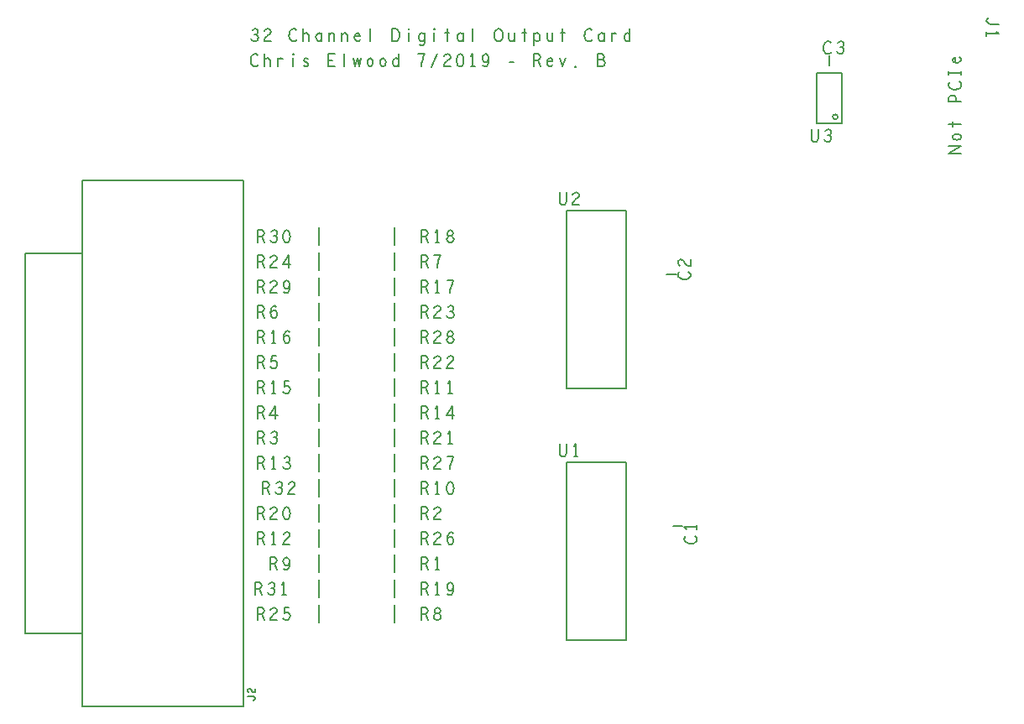
<source format=gto>
G04 ================== begin FILE IDENTIFICATION RECORD ==================*
G04 Layout Name:  DIG_OUT_CARD.brd*
G04 Film Name:    SILK_TOP*
G04 File Format:  Gerber RS274X*
G04 File Origin:  Cadence Allegro 17.2-S057*
G04 Origin Date:  Wed Aug 07 21:09:35 2019*
G04 *
G04 Layer:  MANUFACTURING/AUTOSILK_TOP*
G04 *
G04 Offset:    (0.00 0.00)*
G04 Mirror:    No*
G04 Mode:      Positive*
G04 Rotation:  0*
G04 FullContactRelief:  No*
G04 UndefLineWidth:     5.00*
G04 ================== end FILE IDENTIFICATION RECORD ====================*
%FSLAX55Y55*MOIN*%
%IR0*IPPOS*OFA0.00000B0.00000*MIA0B0*SFA1.00000B1.00000*%
%ADD10C,.005*%
G75*
%LPD*%
G75*
G54D10*
G01X-28928Y-210288D02*
X-51763D01*
Y-59106D01*
X-28928D01*
G01Y-239126D02*
X34852D01*
Y-30268D01*
X-28928D01*
Y-239126D01*
G01X39098Y-236779D02*
X39408Y-236587D01*
X39615Y-236357D01*
X39718Y-236089D01*
X39615Y-235783D01*
X39408Y-235553D01*
X39098Y-235323D01*
X38685Y-235246D01*
X36620D01*
G01X37136Y-233643D02*
X36827Y-233413D01*
X36672Y-233144D01*
X36620Y-232838D01*
X36723Y-232455D01*
X36981Y-232186D01*
X37291Y-232110D01*
X37601Y-232148D01*
X37859Y-232301D01*
X38376Y-233068D01*
X38737Y-233413D01*
X39253Y-233643D01*
X39718Y-233719D01*
Y-232110D01*
G01X40633Y-205000D02*
Y-200000D01*
X42216D01*
X42723Y-200250D01*
X43039Y-200583D01*
X43166Y-201250D01*
X43039Y-201917D01*
X42659Y-202333D01*
X42216Y-202583D01*
X40633D01*
G01X42216D02*
X43166Y-205000D01*
G01X45794Y-200833D02*
X46174Y-200333D01*
X46618Y-200083D01*
X47124Y-200000D01*
X47757Y-200167D01*
X48201Y-200583D01*
X48327Y-201083D01*
X48264Y-201583D01*
X48011Y-202000D01*
X46744Y-202833D01*
X46174Y-203417D01*
X45794Y-204250D01*
X45668Y-205000D01*
X48327D01*
G01X50703Y-204250D02*
X51082Y-204667D01*
X51526Y-204917D01*
X52095Y-205000D01*
X52665Y-204833D01*
X53109Y-204500D01*
X53425Y-203917D01*
X53488Y-203250D01*
X53362Y-202583D01*
X53045Y-202167D01*
X52602Y-201833D01*
X52159Y-201750D01*
X51716Y-201833D01*
X51146Y-202167D01*
X51336Y-200000D01*
X53045D01*
G01X39633Y-195000D02*
Y-190000D01*
X41216D01*
X41723Y-190250D01*
X42039Y-190583D01*
X42166Y-191250D01*
X42039Y-191917D01*
X41659Y-192333D01*
X41216Y-192583D01*
X39633D01*
G01X41216D02*
X42166Y-195000D01*
G01X44605Y-194000D02*
X44984Y-194583D01*
X45491Y-194917D01*
X46061Y-195000D01*
X46567Y-194917D01*
X47074Y-194500D01*
X47390Y-194000D01*
X47454Y-193500D01*
X47327Y-192917D01*
X46884Y-192500D01*
X46441Y-192333D01*
X45871D01*
G01X46441D02*
X46821Y-192083D01*
X47137Y-191667D01*
X47264Y-191167D01*
X47137Y-190667D01*
X46821Y-190250D01*
X46251Y-190000D01*
X45681Y-190083D01*
X45111Y-190417D01*
G01X51095Y-195000D02*
Y-190000D01*
X50336Y-191000D01*
G01Y-195000D02*
X51855D01*
G01X40633Y-175000D02*
Y-170000D01*
X42216D01*
X42723Y-170250D01*
X43039Y-170583D01*
X43166Y-171250D01*
X43039Y-171917D01*
X42659Y-172333D01*
X42216Y-172583D01*
X40633D01*
G01X42216D02*
X43166Y-175000D01*
G01X46997D02*
Y-170000D01*
X46238Y-171000D01*
G01Y-175000D02*
X47757D01*
G01X50892Y-170833D02*
X51272Y-170333D01*
X51716Y-170083D01*
X52222Y-170000D01*
X52855Y-170167D01*
X53299Y-170583D01*
X53425Y-171083D01*
X53362Y-171583D01*
X53109Y-172000D01*
X51842Y-172833D01*
X51272Y-173417D01*
X50892Y-174250D01*
X50766Y-175000D01*
X53425D01*
G01X40633Y-165000D02*
Y-160000D01*
X42216D01*
X42723Y-160250D01*
X43039Y-160583D01*
X43166Y-161250D01*
X43039Y-161917D01*
X42659Y-162333D01*
X42216Y-162583D01*
X40633D01*
G01X42216D02*
X43166Y-165000D01*
G01X45794Y-160833D02*
X46174Y-160333D01*
X46618Y-160083D01*
X47124Y-160000D01*
X47757Y-160167D01*
X48201Y-160583D01*
X48327Y-161083D01*
X48264Y-161583D01*
X48011Y-162000D01*
X46744Y-162833D01*
X46174Y-163417D01*
X45794Y-164250D01*
X45668Y-165000D01*
X48327D01*
G01X52095Y-160000D02*
X51589Y-160167D01*
X51209Y-160583D01*
X50956Y-161083D01*
X50766Y-161750D01*
X50703Y-162500D01*
X50766Y-163250D01*
X50956Y-163917D01*
X51209Y-164417D01*
X51589Y-164833D01*
X52095Y-165000D01*
X52602Y-164833D01*
X52982Y-164417D01*
X53235Y-163917D01*
X53425Y-163250D01*
X53488Y-162500D01*
X53425Y-161750D01*
X53235Y-161083D01*
X52982Y-160583D01*
X52602Y-160167D01*
X52095Y-160000D01*
G01X40633Y-135000D02*
Y-130000D01*
X42216D01*
X42723Y-130250D01*
X43039Y-130583D01*
X43166Y-131250D01*
X43039Y-131917D01*
X42659Y-132333D01*
X42216Y-132583D01*
X40633D01*
G01X42216D02*
X43166Y-135000D01*
G01X45605Y-134000D02*
X45984Y-134583D01*
X46491Y-134917D01*
X47061Y-135000D01*
X47567Y-134917D01*
X48074Y-134500D01*
X48390Y-134000D01*
X48454Y-133500D01*
X48327Y-132917D01*
X47884Y-132500D01*
X47441Y-132333D01*
X46871D01*
G01X47441D02*
X47821Y-132083D01*
X48137Y-131667D01*
X48264Y-131167D01*
X48137Y-130667D01*
X47821Y-130250D01*
X47251Y-130000D01*
X46681Y-130083D01*
X46111Y-130417D01*
G01X40633Y-145000D02*
Y-140000D01*
X42216D01*
X42723Y-140250D01*
X43039Y-140583D01*
X43166Y-141250D01*
X43039Y-141917D01*
X42659Y-142333D01*
X42216Y-142583D01*
X40633D01*
G01X42216D02*
X43166Y-145000D01*
G01X46997D02*
Y-140000D01*
X46238Y-141000D01*
G01Y-145000D02*
X47757D01*
G01X50703Y-144000D02*
X51082Y-144583D01*
X51589Y-144917D01*
X52159Y-145000D01*
X52665Y-144917D01*
X53172Y-144500D01*
X53488Y-144000D01*
X53552Y-143500D01*
X53425Y-142917D01*
X52982Y-142500D01*
X52539Y-142333D01*
X51969D01*
G01X52539D02*
X52919Y-142083D01*
X53235Y-141667D01*
X53362Y-141167D01*
X53235Y-140667D01*
X52919Y-140250D01*
X52349Y-140000D01*
X51779Y-140083D01*
X51209Y-140417D01*
G01X40633Y-125000D02*
Y-120000D01*
X42216D01*
X42723Y-120250D01*
X43039Y-120583D01*
X43166Y-121250D01*
X43039Y-121917D01*
X42659Y-122333D01*
X42216Y-122583D01*
X40633D01*
G01X42216D02*
X43166Y-125000D01*
G01X47757D02*
Y-120000D01*
X45415Y-123583D01*
X48580D01*
G01X40633Y-105000D02*
Y-100000D01*
X42216D01*
X42723Y-100250D01*
X43039Y-100583D01*
X43166Y-101250D01*
X43039Y-101917D01*
X42659Y-102333D01*
X42216Y-102583D01*
X40633D01*
G01X42216D02*
X43166Y-105000D01*
G01X45605Y-104250D02*
X45984Y-104667D01*
X46428Y-104917D01*
X46997Y-105000D01*
X47567Y-104833D01*
X48011Y-104500D01*
X48327Y-103917D01*
X48390Y-103250D01*
X48264Y-102583D01*
X47947Y-102167D01*
X47504Y-101833D01*
X47061Y-101750D01*
X46618Y-101833D01*
X46048Y-102167D01*
X46238Y-100000D01*
X47947D01*
G01X40633Y-115000D02*
Y-110000D01*
X42216D01*
X42723Y-110250D01*
X43039Y-110583D01*
X43166Y-111250D01*
X43039Y-111917D01*
X42659Y-112333D01*
X42216Y-112583D01*
X40633D01*
G01X42216D02*
X43166Y-115000D01*
G01X46997D02*
Y-110000D01*
X46238Y-111000D01*
G01Y-115000D02*
X47757D01*
G01X50703Y-114250D02*
X51082Y-114667D01*
X51526Y-114917D01*
X52095Y-115000D01*
X52665Y-114833D01*
X53109Y-114500D01*
X53425Y-113917D01*
X53488Y-113250D01*
X53362Y-112583D01*
X53045Y-112167D01*
X52602Y-111833D01*
X52159Y-111750D01*
X51716Y-111833D01*
X51146Y-112167D01*
X51336Y-110000D01*
X53045D01*
G01X40633Y-85000D02*
Y-80000D01*
X42216D01*
X42723Y-80250D01*
X43039Y-80583D01*
X43166Y-81250D01*
X43039Y-81917D01*
X42659Y-82333D01*
X42216Y-82583D01*
X40633D01*
G01X42216D02*
X43166Y-85000D01*
G01X45794Y-82917D02*
X46238Y-82333D01*
X46618Y-82000D01*
X47124Y-81833D01*
X47567Y-82000D01*
X47884Y-82333D01*
X48137Y-82833D01*
X48201Y-83417D01*
X48137Y-83917D01*
X47884Y-84417D01*
X47504Y-84833D01*
X47061Y-85000D01*
X46554Y-84833D01*
X46111Y-84333D01*
X45858Y-83583D01*
X45794Y-82750D01*
X45921Y-81667D01*
X46111Y-81083D01*
X46428Y-80500D01*
X46871Y-80083D01*
X47314Y-80000D01*
X47757Y-80167D01*
X48074Y-80583D01*
G01X40633Y-95000D02*
Y-90000D01*
X42216D01*
X42723Y-90250D01*
X43039Y-90583D01*
X43166Y-91250D01*
X43039Y-91917D01*
X42659Y-92333D01*
X42216Y-92583D01*
X40633D01*
G01X42216D02*
X43166Y-95000D01*
G01X46997D02*
Y-90000D01*
X46238Y-91000D01*
G01Y-95000D02*
X47757D01*
G01X50892Y-92917D02*
X51336Y-92333D01*
X51716Y-92000D01*
X52222Y-91833D01*
X52665Y-92000D01*
X52982Y-92333D01*
X53235Y-92833D01*
X53299Y-93417D01*
X53235Y-93917D01*
X52982Y-94417D01*
X52602Y-94833D01*
X52159Y-95000D01*
X51652Y-94833D01*
X51209Y-94333D01*
X50956Y-93583D01*
X50892Y-92750D01*
X51019Y-91667D01*
X51209Y-91083D01*
X51526Y-90500D01*
X51969Y-90083D01*
X52412Y-90000D01*
X52855Y-90167D01*
X53172Y-90583D01*
G01X40633Y-75000D02*
Y-70000D01*
X42216D01*
X42723Y-70250D01*
X43039Y-70583D01*
X43166Y-71250D01*
X43039Y-71917D01*
X42659Y-72333D01*
X42216Y-72583D01*
X40633D01*
G01X42216D02*
X43166Y-75000D01*
G01X45794Y-70833D02*
X46174Y-70333D01*
X46618Y-70083D01*
X47124Y-70000D01*
X47757Y-70167D01*
X48201Y-70583D01*
X48327Y-71083D01*
X48264Y-71583D01*
X48011Y-72000D01*
X46744Y-72833D01*
X46174Y-73417D01*
X45794Y-74250D01*
X45668Y-75000D01*
X48327D01*
G01X51019Y-74417D02*
X51462Y-74833D01*
X51969Y-75000D01*
X52475Y-74833D01*
X52919Y-74333D01*
X53235Y-73583D01*
X53362Y-72833D01*
Y-71917D01*
X53235Y-71167D01*
X52919Y-70500D01*
X52539Y-70167D01*
X52095Y-70000D01*
X51589Y-70167D01*
X51209Y-70500D01*
X50956Y-71000D01*
X50829Y-71667D01*
X50956Y-72250D01*
X51272Y-72833D01*
X51652Y-73167D01*
X52095Y-73250D01*
X52602Y-73083D01*
X52982Y-72667D01*
X53362Y-71917D01*
G01X40633Y-65000D02*
Y-60000D01*
X42216D01*
X42723Y-60250D01*
X43039Y-60583D01*
X43166Y-61250D01*
X43039Y-61917D01*
X42659Y-62333D01*
X42216Y-62583D01*
X40633D01*
G01X42216D02*
X43166Y-65000D01*
G01X45794Y-60833D02*
X46174Y-60333D01*
X46618Y-60083D01*
X47124Y-60000D01*
X47757Y-60167D01*
X48201Y-60583D01*
X48327Y-61083D01*
X48264Y-61583D01*
X48011Y-62000D01*
X46744Y-62833D01*
X46174Y-63417D01*
X45794Y-64250D01*
X45668Y-65000D01*
X48327D01*
G01X52855D02*
Y-60000D01*
X50513Y-63583D01*
X53678D01*
G01X40633Y-55000D02*
Y-50000D01*
X42216D01*
X42723Y-50250D01*
X43039Y-50583D01*
X43166Y-51250D01*
X43039Y-51917D01*
X42659Y-52333D01*
X42216Y-52583D01*
X40633D01*
G01X42216D02*
X43166Y-55000D01*
G01X45605Y-54000D02*
X45984Y-54583D01*
X46491Y-54917D01*
X47061Y-55000D01*
X47567Y-54917D01*
X48074Y-54500D01*
X48390Y-54000D01*
X48454Y-53500D01*
X48327Y-52917D01*
X47884Y-52500D01*
X47441Y-52333D01*
X46871D01*
G01X47441D02*
X47821Y-52083D01*
X48137Y-51667D01*
X48264Y-51167D01*
X48137Y-50667D01*
X47821Y-50250D01*
X47251Y-50000D01*
X46681Y-50083D01*
X46111Y-50417D01*
G01X52095Y-50000D02*
X51589Y-50167D01*
X51209Y-50583D01*
X50956Y-51083D01*
X50766Y-51750D01*
X50703Y-52500D01*
X50766Y-53250D01*
X50956Y-53917D01*
X51209Y-54417D01*
X51589Y-54833D01*
X52095Y-55000D01*
X52602Y-54833D01*
X52982Y-54417D01*
X53235Y-53917D01*
X53425Y-53250D01*
X53488Y-52500D01*
X53425Y-51750D01*
X53235Y-51083D01*
X52982Y-50583D01*
X52602Y-50167D01*
X52095Y-50000D01*
G01X40793Y19583D02*
X40413Y19833D01*
X39970Y20000D01*
X39463D01*
X38893Y19750D01*
X38450Y19333D01*
X38133Y18833D01*
X37880Y18000D01*
X37817Y17250D01*
X37943Y16500D01*
X38133Y16000D01*
X38513Y15500D01*
X38957Y15167D01*
X39400Y15000D01*
X39843D01*
X40287Y15167D01*
X40667Y15417D01*
X40983Y15750D01*
G01X43423Y15000D02*
Y20000D01*
G01Y17583D02*
X43740Y18000D01*
X44057Y18250D01*
X44563Y18333D01*
X44943Y18250D01*
X45387Y17917D01*
X45577Y17417D01*
Y15000D01*
G01X48713D02*
Y18333D01*
G01Y17667D02*
X49030Y18000D01*
X49347Y18250D01*
X49790Y18333D01*
X50107Y18250D01*
X50487Y18000D01*
G01X54700Y18333D02*
Y15000D01*
G01Y19667D02*
X54573Y19750D01*
Y19917D01*
X54700Y20000D01*
X54827Y19917D01*
Y19750D01*
X54700Y19667D01*
G01X58850Y15583D02*
X59167Y15250D01*
X59610Y15000D01*
X59990D01*
X60370Y15167D01*
X60623Y15417D01*
X60750Y15750D01*
X60687Y16250D01*
X60433Y16500D01*
X59293Y17000D01*
X59040Y17583D01*
X59167Y18000D01*
X59420Y18250D01*
X59800Y18333D01*
X60180Y18250D01*
X60560Y18000D01*
G01X71267Y15000D02*
X68733D01*
Y20000D01*
X71267D01*
G01X70253Y17583D02*
X68733D01*
G01X75100Y15000D02*
Y20000D01*
G01X78617Y18333D02*
X79377Y15000D01*
X80200Y18333D01*
X81023Y15000D01*
X81783Y18333D01*
G01X85300Y15000D02*
X84920Y15083D01*
X84540Y15417D01*
X84287Y16000D01*
X84160Y16667D01*
X84287Y17333D01*
X84540Y17917D01*
X84920Y18250D01*
X85300Y18333D01*
X85680Y18250D01*
X86060Y17917D01*
X86313Y17333D01*
X86377Y16667D01*
X86313Y16000D01*
X86060Y15417D01*
X85680Y15083D01*
X85300Y15000D01*
G01X90400D02*
X90020Y15083D01*
X89640Y15417D01*
X89387Y16000D01*
X89260Y16667D01*
X89387Y17333D01*
X89640Y17917D01*
X90020Y18250D01*
X90400Y18333D01*
X90780Y18250D01*
X91160Y17917D01*
X91413Y17333D01*
X91477Y16667D01*
X91413Y16000D01*
X91160Y15417D01*
X90780Y15083D01*
X90400Y15000D01*
G01X96640Y20000D02*
Y15000D01*
G01Y15750D02*
X96387Y15333D01*
X96007Y15083D01*
X95563Y15000D01*
X95057Y15167D01*
X94677Y15583D01*
X94423Y16083D01*
X94360Y16667D01*
X94423Y17250D01*
X94677Y17750D01*
X95057Y18167D01*
X95563Y18333D01*
X96007Y18250D01*
X96323Y18083D01*
X96640Y17750D01*
G01X105573Y15000D02*
X105700Y16083D01*
X105890Y17000D01*
X106143Y17833D01*
X106460Y18750D01*
X106967Y20000D01*
X104433D01*
G01X109660Y14833D02*
X111940Y20000D01*
G01X114697Y19167D02*
X115077Y19667D01*
X115520Y19917D01*
X116027Y20000D01*
X116660Y19833D01*
X117103Y19417D01*
X117230Y18917D01*
X117167Y18417D01*
X116913Y18000D01*
X115647Y17167D01*
X115077Y16583D01*
X114697Y15750D01*
X114570Y15000D01*
X117230D01*
G01X121000Y20000D02*
X120493Y19833D01*
X120113Y19417D01*
X119860Y18917D01*
X119670Y18250D01*
X119607Y17500D01*
X119670Y16750D01*
X119860Y16083D01*
X120113Y15583D01*
X120493Y15167D01*
X121000Y15000D01*
X121507Y15167D01*
X121887Y15583D01*
X122140Y16083D01*
X122330Y16750D01*
X122393Y17500D01*
X122330Y18250D01*
X122140Y18917D01*
X121887Y19417D01*
X121507Y19833D01*
X121000Y20000D01*
G01X126100Y15000D02*
Y20000D01*
X125340Y19000D01*
G01Y15000D02*
X126860D01*
G01X130123Y15583D02*
X130567Y15167D01*
X131073Y15000D01*
X131580Y15167D01*
X132023Y15667D01*
X132340Y16417D01*
X132467Y17167D01*
Y18083D01*
X132340Y18833D01*
X132023Y19500D01*
X131643Y19833D01*
X131200Y20000D01*
X130693Y19833D01*
X130313Y19500D01*
X130060Y19000D01*
X129933Y18333D01*
X130060Y17750D01*
X130377Y17167D01*
X130757Y16833D01*
X131200Y16750D01*
X131707Y16917D01*
X132087Y17333D01*
X132467Y18083D01*
G01X140577Y16667D02*
X142223D01*
G01X150333Y15000D02*
Y20000D01*
X151917D01*
X152423Y19750D01*
X152740Y19417D01*
X152867Y18750D01*
X152740Y18083D01*
X152360Y17667D01*
X151917Y17417D01*
X150333D01*
G01X151917D02*
X152867Y15000D01*
G01X155750Y17250D02*
X157777D01*
X157587Y17833D01*
X157270Y18167D01*
X156827Y18333D01*
X156383Y18250D01*
X156003Y18000D01*
X155750Y17417D01*
X155623Y16917D01*
Y16417D01*
X155750Y15917D01*
X156067Y15417D01*
X156447Y15083D01*
X156890Y15000D01*
X157333Y15167D01*
X157777Y15667D01*
G01X160660Y18333D02*
X161800Y15000D01*
X162940Y18333D01*
G01X166900Y14833D02*
X166773Y14917D01*
Y15083D01*
X166900Y15167D01*
X167027Y15083D01*
Y14917D01*
X166900Y14833D01*
G01X177607Y17667D02*
X177860Y17917D01*
X178050Y18333D01*
X178177Y18917D01*
X178050Y19417D01*
X177797Y19750D01*
X177353Y20000D01*
X175643D01*
Y15000D01*
X177733D01*
X178177Y15333D01*
X178430Y15833D01*
X178557Y16417D01*
X178430Y17000D01*
X178050Y17500D01*
X177607Y17667D01*
X175643D01*
G01X38007Y26000D02*
X38387Y25417D01*
X38893Y25083D01*
X39463Y25000D01*
X39970Y25083D01*
X40477Y25500D01*
X40793Y26000D01*
X40857Y26500D01*
X40730Y27083D01*
X40287Y27500D01*
X39843Y27667D01*
X39273D01*
G01X39843D02*
X40223Y27917D01*
X40540Y28333D01*
X40667Y28833D01*
X40540Y29333D01*
X40223Y29750D01*
X39653Y30000D01*
X39083Y29917D01*
X38513Y29583D01*
G01X43297Y29167D02*
X43677Y29667D01*
X44120Y29917D01*
X44627Y30000D01*
X45260Y29833D01*
X45703Y29417D01*
X45830Y28917D01*
X45767Y28417D01*
X45513Y28000D01*
X44247Y27167D01*
X43677Y26583D01*
X43297Y25750D01*
X43170Y25000D01*
X45830D01*
G01X56093Y29583D02*
X55713Y29833D01*
X55270Y30000D01*
X54763D01*
X54193Y29750D01*
X53750Y29333D01*
X53433Y28833D01*
X53180Y28000D01*
X53117Y27250D01*
X53243Y26500D01*
X53433Y26000D01*
X53813Y25500D01*
X54257Y25167D01*
X54700Y25000D01*
X55143D01*
X55587Y25167D01*
X55967Y25417D01*
X56283Y25750D01*
G01X58723Y25000D02*
Y30000D01*
G01Y27583D02*
X59040Y28000D01*
X59357Y28250D01*
X59863Y28333D01*
X60243Y28250D01*
X60687Y27917D01*
X60877Y27417D01*
Y25000D01*
G01X66040D02*
Y28333D01*
G01Y27750D02*
X65787Y28083D01*
X65407Y28250D01*
X64963Y28333D01*
X64520Y28167D01*
X64140Y27833D01*
X63887Y27333D01*
X63760Y26667D01*
X63887Y26000D01*
X64140Y25500D01*
X64520Y25167D01*
X64963Y25000D01*
X65407Y25083D01*
X65787Y25333D01*
X66040Y25667D01*
G01X68923Y25000D02*
Y28333D01*
G01Y27500D02*
X69177Y27917D01*
X69557Y28250D01*
X70063Y28333D01*
X70507Y28250D01*
X70887Y27917D01*
X71077Y27333D01*
Y25000D01*
G01X74023D02*
Y28333D01*
G01Y27500D02*
X74277Y27917D01*
X74657Y28250D01*
X75163Y28333D01*
X75607Y28250D01*
X75987Y27917D01*
X76177Y27333D01*
Y25000D01*
G01X79250Y27250D02*
X81277D01*
X81087Y27833D01*
X80770Y28167D01*
X80327Y28333D01*
X79883Y28250D01*
X79503Y28000D01*
X79250Y27417D01*
X79123Y26917D01*
Y26417D01*
X79250Y25917D01*
X79567Y25417D01*
X79947Y25083D01*
X80390Y25000D01*
X80833Y25167D01*
X81277Y25667D01*
G01X85300Y25000D02*
Y30000D01*
G01X94107Y25000D02*
Y30000D01*
X95373D01*
X95880Y29750D01*
X96260Y29417D01*
X96577Y28917D01*
X96830Y28333D01*
X96893Y27500D01*
X96830Y26667D01*
X96577Y26083D01*
X96260Y25583D01*
X95880Y25250D01*
X95373Y25000D01*
X94107D01*
G01X100600Y28333D02*
Y25000D01*
G01Y29667D02*
X100473Y29750D01*
Y29917D01*
X100600Y30000D01*
X100727Y29917D01*
Y29750D01*
X100600Y29667D01*
G01X104813Y23750D02*
X105257Y23417D01*
X105763Y23333D01*
X106207Y23417D01*
X106587Y23833D01*
X106840Y24417D01*
Y28333D01*
G01Y27667D02*
X106587Y28000D01*
X106207Y28250D01*
X105763Y28333D01*
X105257Y28167D01*
X104940Y27833D01*
X104687Y27250D01*
X104560Y26667D01*
X104623Y26167D01*
X104877Y25583D01*
X105257Y25167D01*
X105763Y25000D01*
X106143Y25083D01*
X106587Y25417D01*
X106840Y25750D01*
G01X110800Y28333D02*
Y25000D01*
G01Y29667D02*
X110673Y29750D01*
Y29917D01*
X110800Y30000D01*
X110927Y29917D01*
Y29750D01*
X110800Y29667D01*
G01X115900Y30000D02*
Y25000D01*
G01X115013Y28333D02*
X116787D01*
G01X122140Y25000D02*
Y28333D01*
G01Y27750D02*
X121887Y28083D01*
X121507Y28250D01*
X121063Y28333D01*
X120620Y28167D01*
X120240Y27833D01*
X119987Y27333D01*
X119860Y26667D01*
X119987Y26000D01*
X120240Y25500D01*
X120620Y25167D01*
X121063Y25000D01*
X121507Y25083D01*
X121887Y25333D01*
X122140Y25667D01*
G01X126100Y25000D02*
Y30000D01*
G01X136300Y25000D02*
X135793Y25083D01*
X135350Y25417D01*
X134970Y25917D01*
X134717Y26500D01*
X134590Y27167D01*
Y27833D01*
X134717Y28500D01*
X134970Y29083D01*
X135350Y29583D01*
X135793Y29917D01*
X136300Y30000D01*
X136807Y29917D01*
X137250Y29583D01*
X137630Y29083D01*
X137883Y28500D01*
X138010Y27833D01*
Y27167D01*
X137883Y26500D01*
X137630Y25917D01*
X137250Y25417D01*
X136807Y25083D01*
X136300Y25000D01*
G01X140323Y28333D02*
Y26000D01*
X140577Y25417D01*
X140957Y25083D01*
X141400Y25000D01*
X141843Y25083D01*
X142223Y25417D01*
X142477Y26000D01*
G01Y25000D02*
Y28333D01*
G01X146500Y30000D02*
Y25000D01*
G01X145613Y28333D02*
X147387D01*
G01X150460Y23333D02*
Y28333D01*
G01Y27583D02*
X150777Y28000D01*
X151093Y28250D01*
X151600Y28333D01*
X152043Y28250D01*
X152487Y27833D01*
X152677Y27250D01*
X152740Y26667D01*
X152677Y26083D01*
X152487Y25500D01*
X152107Y25167D01*
X151600Y25000D01*
X151157Y25083D01*
X150713Y25333D01*
X150460Y25667D01*
G01X155623Y28333D02*
Y26000D01*
X155877Y25417D01*
X156257Y25083D01*
X156700Y25000D01*
X157143Y25083D01*
X157523Y25417D01*
X157777Y26000D01*
G01Y25000D02*
Y28333D01*
G01X161800Y30000D02*
Y25000D01*
G01X160913Y28333D02*
X162687D01*
G01X173393Y29583D02*
X173013Y29833D01*
X172570Y30000D01*
X172063D01*
X171493Y29750D01*
X171050Y29333D01*
X170733Y28833D01*
X170480Y28000D01*
X170417Y27250D01*
X170543Y26500D01*
X170733Y26000D01*
X171113Y25500D01*
X171557Y25167D01*
X172000Y25000D01*
X172443D01*
X172887Y25167D01*
X173267Y25417D01*
X173583Y25750D01*
G01X178240Y25000D02*
Y28333D01*
G01Y27750D02*
X177987Y28083D01*
X177607Y28250D01*
X177163Y28333D01*
X176720Y28167D01*
X176340Y27833D01*
X176087Y27333D01*
X175960Y26667D01*
X176087Y26000D01*
X176340Y25500D01*
X176720Y25167D01*
X177163Y25000D01*
X177607Y25083D01*
X177987Y25333D01*
X178240Y25667D01*
G01X181313Y25000D02*
Y28333D01*
G01Y27667D02*
X181630Y28000D01*
X181947Y28250D01*
X182390Y28333D01*
X182707Y28250D01*
X183087Y28000D01*
G01X188440Y30000D02*
Y25000D01*
G01Y25750D02*
X188187Y25333D01*
X187807Y25083D01*
X187363Y25000D01*
X186857Y25167D01*
X186477Y25583D01*
X186223Y26083D01*
X186160Y26667D01*
X186223Y27250D01*
X186477Y27750D01*
X186857Y28167D01*
X187363Y28333D01*
X187807Y28250D01*
X188123Y28083D01*
X188440Y27750D01*
G01X65000Y-198957D02*
Y-206043D01*
G01Y-188957D02*
Y-196043D01*
G01X45633Y-185000D02*
Y-180000D01*
X47216D01*
X47723Y-180250D01*
X48039Y-180583D01*
X48166Y-181250D01*
X48039Y-181917D01*
X47659Y-182333D01*
X47216Y-182583D01*
X45633D01*
G01X47216D02*
X48166Y-185000D01*
G01X50921Y-184417D02*
X51364Y-184833D01*
X51871Y-185000D01*
X52377Y-184833D01*
X52821Y-184333D01*
X53137Y-183583D01*
X53264Y-182833D01*
Y-181917D01*
X53137Y-181167D01*
X52821Y-180500D01*
X52441Y-180167D01*
X51997Y-180000D01*
X51491Y-180167D01*
X51111Y-180500D01*
X50858Y-181000D01*
X50731Y-181667D01*
X50858Y-182250D01*
X51174Y-182833D01*
X51554Y-183167D01*
X51997Y-183250D01*
X52504Y-183083D01*
X52884Y-182667D01*
X53264Y-181917D01*
G01X65000Y-186043D02*
Y-178957D01*
G01Y-176043D02*
Y-168957D01*
G01Y-166043D02*
Y-158957D01*
G01Y-136043D02*
Y-128957D01*
G01Y-146043D02*
Y-138957D01*
G01X42633Y-155000D02*
Y-150000D01*
X44216D01*
X44723Y-150250D01*
X45039Y-150583D01*
X45166Y-151250D01*
X45039Y-151917D01*
X44659Y-152333D01*
X44216Y-152583D01*
X42633D01*
G01X44216D02*
X45166Y-155000D01*
G01X47605Y-154000D02*
X47984Y-154583D01*
X48491Y-154917D01*
X49061Y-155000D01*
X49567Y-154917D01*
X50074Y-154500D01*
X50390Y-154000D01*
X50454Y-153500D01*
X50327Y-152917D01*
X49884Y-152500D01*
X49441Y-152333D01*
X48871D01*
G01X49441D02*
X49821Y-152083D01*
X50137Y-151667D01*
X50264Y-151167D01*
X50137Y-150667D01*
X49821Y-150250D01*
X49251Y-150000D01*
X48681Y-150083D01*
X48111Y-150417D01*
G01X52892Y-150833D02*
X53272Y-150333D01*
X53716Y-150083D01*
X54222Y-150000D01*
X54855Y-150167D01*
X55299Y-150583D01*
X55425Y-151083D01*
X55362Y-151583D01*
X55109Y-152000D01*
X53842Y-152833D01*
X53272Y-153417D01*
X52892Y-154250D01*
X52766Y-155000D01*
X55425D01*
G01X65000Y-148957D02*
Y-156043D01*
G01Y-126043D02*
Y-118957D01*
G01Y-106043D02*
Y-98957D01*
G01Y-116043D02*
Y-108957D01*
G01Y-86043D02*
Y-78957D01*
G01Y-96043D02*
Y-88957D01*
G01Y-68957D02*
Y-76043D01*
G01Y-58957D02*
Y-66043D01*
G01Y-48957D02*
Y-56043D01*
G01X95000Y-206043D02*
Y-198957D01*
G01Y-196043D02*
Y-188957D01*
G01Y-186043D02*
Y-178957D01*
G01Y-166043D02*
Y-158957D01*
G01Y-168957D02*
Y-176043D01*
G01Y-156043D02*
Y-148957D01*
G01Y-136043D02*
Y-128957D01*
G01Y-138957D02*
Y-146043D01*
G01Y-126043D02*
Y-118957D01*
G01Y-108957D02*
Y-116043D01*
G01Y-98957D02*
Y-106043D01*
G01Y-76043D02*
Y-68957D01*
G01Y-78957D02*
Y-86043D01*
G01Y-88957D02*
Y-96043D01*
G01Y-66043D02*
Y-58957D01*
G01Y-56043D02*
Y-48957D01*
G01X105633Y-205000D02*
Y-200000D01*
X107216D01*
X107723Y-200250D01*
X108039Y-200583D01*
X108166Y-201250D01*
X108039Y-201917D01*
X107659Y-202333D01*
X107216Y-202583D01*
X105633D01*
G01X107216D02*
X108166Y-205000D01*
G01X111997D02*
X112441Y-204917D01*
X112947Y-204667D01*
X113264Y-204250D01*
X113390Y-203667D01*
X113264Y-203083D01*
X112884Y-202583D01*
X112314Y-202333D01*
X111681D01*
X111301Y-202167D01*
X110984Y-201750D01*
X110858Y-201167D01*
X111048Y-200583D01*
X111491Y-200167D01*
X111997Y-200000D01*
X112504Y-200167D01*
X112947Y-200583D01*
X113137Y-201167D01*
X113011Y-201750D01*
X112694Y-202167D01*
X112314Y-202333D01*
X111681D01*
X111111Y-202583D01*
X110731Y-203083D01*
X110605Y-203667D01*
X110731Y-204250D01*
X111048Y-204667D01*
X111554Y-204917D01*
X111997Y-205000D01*
G01X105633Y-195000D02*
Y-190000D01*
X107216D01*
X107723Y-190250D01*
X108039Y-190583D01*
X108166Y-191250D01*
X108039Y-191917D01*
X107659Y-192333D01*
X107216Y-192583D01*
X105633D01*
G01X107216D02*
X108166Y-195000D01*
G01X111997D02*
Y-190000D01*
X111238Y-191000D01*
G01Y-195000D02*
X112757D01*
G01X116019Y-194417D02*
X116462Y-194833D01*
X116969Y-195000D01*
X117475Y-194833D01*
X117919Y-194333D01*
X118235Y-193583D01*
X118362Y-192833D01*
Y-191917D01*
X118235Y-191167D01*
X117919Y-190500D01*
X117539Y-190167D01*
X117095Y-190000D01*
X116589Y-190167D01*
X116209Y-190500D01*
X115956Y-191000D01*
X115829Y-191667D01*
X115956Y-192250D01*
X116272Y-192833D01*
X116652Y-193167D01*
X117095Y-193250D01*
X117602Y-193083D01*
X117982Y-192667D01*
X118362Y-191917D01*
G01X105633Y-185000D02*
Y-180000D01*
X107216D01*
X107723Y-180250D01*
X108039Y-180583D01*
X108166Y-181250D01*
X108039Y-181917D01*
X107659Y-182333D01*
X107216Y-182583D01*
X105633D01*
G01X107216D02*
X108166Y-185000D01*
G01X111997D02*
Y-180000D01*
X111238Y-181000D01*
G01Y-185000D02*
X112757D01*
G01X105633Y-165000D02*
Y-160000D01*
X107216D01*
X107723Y-160250D01*
X108039Y-160583D01*
X108166Y-161250D01*
X108039Y-161917D01*
X107659Y-162333D01*
X107216Y-162583D01*
X105633D01*
G01X107216D02*
X108166Y-165000D01*
G01X110794Y-160833D02*
X111174Y-160333D01*
X111618Y-160083D01*
X112124Y-160000D01*
X112757Y-160167D01*
X113201Y-160583D01*
X113327Y-161083D01*
X113264Y-161583D01*
X113011Y-162000D01*
X111744Y-162833D01*
X111174Y-163417D01*
X110794Y-164250D01*
X110668Y-165000D01*
X113327D01*
G01X105633Y-175000D02*
Y-170000D01*
X107216D01*
X107723Y-170250D01*
X108039Y-170583D01*
X108166Y-171250D01*
X108039Y-171917D01*
X107659Y-172333D01*
X107216Y-172583D01*
X105633D01*
G01X107216D02*
X108166Y-175000D01*
G01X110794Y-170833D02*
X111174Y-170333D01*
X111618Y-170083D01*
X112124Y-170000D01*
X112757Y-170167D01*
X113201Y-170583D01*
X113327Y-171083D01*
X113264Y-171583D01*
X113011Y-172000D01*
X111744Y-172833D01*
X111174Y-173417D01*
X110794Y-174250D01*
X110668Y-175000D01*
X113327D01*
G01X115892Y-172917D02*
X116336Y-172333D01*
X116716Y-172000D01*
X117222Y-171833D01*
X117665Y-172000D01*
X117982Y-172333D01*
X118235Y-172833D01*
X118299Y-173417D01*
X118235Y-173917D01*
X117982Y-174417D01*
X117602Y-174833D01*
X117159Y-175000D01*
X116652Y-174833D01*
X116209Y-174333D01*
X115956Y-173583D01*
X115892Y-172750D01*
X116019Y-171667D01*
X116209Y-171083D01*
X116526Y-170500D01*
X116969Y-170083D01*
X117412Y-170000D01*
X117855Y-170167D01*
X118172Y-170583D01*
G01X105633Y-155000D02*
Y-150000D01*
X107216D01*
X107723Y-150250D01*
X108039Y-150583D01*
X108166Y-151250D01*
X108039Y-151917D01*
X107659Y-152333D01*
X107216Y-152583D01*
X105633D01*
G01X107216D02*
X108166Y-155000D01*
G01X111997D02*
Y-150000D01*
X111238Y-151000D01*
G01Y-155000D02*
X112757D01*
G01X117095Y-150000D02*
X116589Y-150167D01*
X116209Y-150583D01*
X115956Y-151083D01*
X115766Y-151750D01*
X115703Y-152500D01*
X115766Y-153250D01*
X115956Y-153917D01*
X116209Y-154417D01*
X116589Y-154833D01*
X117095Y-155000D01*
X117602Y-154833D01*
X117982Y-154417D01*
X118235Y-153917D01*
X118425Y-153250D01*
X118488Y-152500D01*
X118425Y-151750D01*
X118235Y-151083D01*
X117982Y-150583D01*
X117602Y-150167D01*
X117095Y-150000D01*
G01X105633Y-135000D02*
Y-130000D01*
X107216D01*
X107723Y-130250D01*
X108039Y-130583D01*
X108166Y-131250D01*
X108039Y-131917D01*
X107659Y-132333D01*
X107216Y-132583D01*
X105633D01*
G01X107216D02*
X108166Y-135000D01*
G01X110794Y-130833D02*
X111174Y-130333D01*
X111618Y-130083D01*
X112124Y-130000D01*
X112757Y-130167D01*
X113201Y-130583D01*
X113327Y-131083D01*
X113264Y-131583D01*
X113011Y-132000D01*
X111744Y-132833D01*
X111174Y-133417D01*
X110794Y-134250D01*
X110668Y-135000D01*
X113327D01*
G01X117095D02*
Y-130000D01*
X116336Y-131000D01*
G01Y-135000D02*
X117855D01*
G01X105633Y-145000D02*
Y-140000D01*
X107216D01*
X107723Y-140250D01*
X108039Y-140583D01*
X108166Y-141250D01*
X108039Y-141917D01*
X107659Y-142333D01*
X107216Y-142583D01*
X105633D01*
G01X107216D02*
X108166Y-145000D01*
G01X110794Y-140833D02*
X111174Y-140333D01*
X111618Y-140083D01*
X112124Y-140000D01*
X112757Y-140167D01*
X113201Y-140583D01*
X113327Y-141083D01*
X113264Y-141583D01*
X113011Y-142000D01*
X111744Y-142833D01*
X111174Y-143417D01*
X110794Y-144250D01*
X110668Y-145000D01*
X113327D01*
G01X116969D02*
X117095Y-143917D01*
X117285Y-143000D01*
X117539Y-142167D01*
X117855Y-141250D01*
X118362Y-140000D01*
X115829D01*
G01X105633Y-125000D02*
Y-120000D01*
X107216D01*
X107723Y-120250D01*
X108039Y-120583D01*
X108166Y-121250D01*
X108039Y-121917D01*
X107659Y-122333D01*
X107216Y-122583D01*
X105633D01*
G01X107216D02*
X108166Y-125000D01*
G01X111997D02*
Y-120000D01*
X111238Y-121000D01*
G01Y-125000D02*
X112757D01*
G01X117855D02*
Y-120000D01*
X115513Y-123583D01*
X118678D01*
G01X105633Y-115000D02*
Y-110000D01*
X107216D01*
X107723Y-110250D01*
X108039Y-110583D01*
X108166Y-111250D01*
X108039Y-111917D01*
X107659Y-112333D01*
X107216Y-112583D01*
X105633D01*
G01X107216D02*
X108166Y-115000D01*
G01X111997D02*
Y-110000D01*
X111238Y-111000D01*
G01Y-115000D02*
X112757D01*
G01X117095D02*
Y-110000D01*
X116336Y-111000D01*
G01Y-115000D02*
X117855D01*
G01X105633Y-105000D02*
Y-100000D01*
X107216D01*
X107723Y-100250D01*
X108039Y-100583D01*
X108166Y-101250D01*
X108039Y-101917D01*
X107659Y-102333D01*
X107216Y-102583D01*
X105633D01*
G01X107216D02*
X108166Y-105000D01*
G01X110794Y-100833D02*
X111174Y-100333D01*
X111618Y-100083D01*
X112124Y-100000D01*
X112757Y-100167D01*
X113201Y-100583D01*
X113327Y-101083D01*
X113264Y-101583D01*
X113011Y-102000D01*
X111744Y-102833D01*
X111174Y-103417D01*
X110794Y-104250D01*
X110668Y-105000D01*
X113327D01*
G01X115892Y-100833D02*
X116272Y-100333D01*
X116716Y-100083D01*
X117222Y-100000D01*
X117855Y-100167D01*
X118299Y-100583D01*
X118425Y-101083D01*
X118362Y-101583D01*
X118109Y-102000D01*
X116842Y-102833D01*
X116272Y-103417D01*
X115892Y-104250D01*
X115766Y-105000D01*
X118425D01*
G01X105633Y-75000D02*
Y-70000D01*
X107216D01*
X107723Y-70250D01*
X108039Y-70583D01*
X108166Y-71250D01*
X108039Y-71917D01*
X107659Y-72333D01*
X107216Y-72583D01*
X105633D01*
G01X107216D02*
X108166Y-75000D01*
G01X111997D02*
Y-70000D01*
X111238Y-71000D01*
G01Y-75000D02*
X112757D01*
G01X116969D02*
X117095Y-73917D01*
X117285Y-73000D01*
X117539Y-72167D01*
X117855Y-71250D01*
X118362Y-70000D01*
X115829D01*
G01X105633Y-85000D02*
Y-80000D01*
X107216D01*
X107723Y-80250D01*
X108039Y-80583D01*
X108166Y-81250D01*
X108039Y-81917D01*
X107659Y-82333D01*
X107216Y-82583D01*
X105633D01*
G01X107216D02*
X108166Y-85000D01*
G01X110794Y-80833D02*
X111174Y-80333D01*
X111618Y-80083D01*
X112124Y-80000D01*
X112757Y-80167D01*
X113201Y-80583D01*
X113327Y-81083D01*
X113264Y-81583D01*
X113011Y-82000D01*
X111744Y-82833D01*
X111174Y-83417D01*
X110794Y-84250D01*
X110668Y-85000D01*
X113327D01*
G01X115703Y-84000D02*
X116082Y-84583D01*
X116589Y-84917D01*
X117159Y-85000D01*
X117665Y-84917D01*
X118172Y-84500D01*
X118488Y-84000D01*
X118552Y-83500D01*
X118425Y-82917D01*
X117982Y-82500D01*
X117539Y-82333D01*
X116969D01*
G01X117539D02*
X117919Y-82083D01*
X118235Y-81667D01*
X118362Y-81167D01*
X118235Y-80667D01*
X117919Y-80250D01*
X117349Y-80000D01*
X116779Y-80083D01*
X116209Y-80417D01*
G01X105633Y-95000D02*
Y-90000D01*
X107216D01*
X107723Y-90250D01*
X108039Y-90583D01*
X108166Y-91250D01*
X108039Y-91917D01*
X107659Y-92333D01*
X107216Y-92583D01*
X105633D01*
G01X107216D02*
X108166Y-95000D01*
G01X110794Y-90833D02*
X111174Y-90333D01*
X111618Y-90083D01*
X112124Y-90000D01*
X112757Y-90167D01*
X113201Y-90583D01*
X113327Y-91083D01*
X113264Y-91583D01*
X113011Y-92000D01*
X111744Y-92833D01*
X111174Y-93417D01*
X110794Y-94250D01*
X110668Y-95000D01*
X113327D01*
G01X117095D02*
X117539Y-94917D01*
X118045Y-94667D01*
X118362Y-94250D01*
X118488Y-93667D01*
X118362Y-93083D01*
X117982Y-92583D01*
X117412Y-92333D01*
X116779D01*
X116399Y-92167D01*
X116082Y-91750D01*
X115956Y-91167D01*
X116146Y-90583D01*
X116589Y-90167D01*
X117095Y-90000D01*
X117602Y-90167D01*
X118045Y-90583D01*
X118235Y-91167D01*
X118109Y-91750D01*
X117792Y-92167D01*
X117412Y-92333D01*
X116779D01*
X116209Y-92583D01*
X115829Y-93083D01*
X115703Y-93667D01*
X115829Y-94250D01*
X116146Y-94667D01*
X116652Y-94917D01*
X117095Y-95000D01*
G01X105633Y-65000D02*
Y-60000D01*
X107216D01*
X107723Y-60250D01*
X108039Y-60583D01*
X108166Y-61250D01*
X108039Y-61917D01*
X107659Y-62333D01*
X107216Y-62583D01*
X105633D01*
G01X107216D02*
X108166Y-65000D01*
G01X111871D02*
X111997Y-63917D01*
X112187Y-63000D01*
X112441Y-62167D01*
X112757Y-61250D01*
X113264Y-60000D01*
X110731D01*
G01X105633Y-55000D02*
Y-50000D01*
X107216D01*
X107723Y-50250D01*
X108039Y-50583D01*
X108166Y-51250D01*
X108039Y-51917D01*
X107659Y-52333D01*
X107216Y-52583D01*
X105633D01*
G01X107216D02*
X108166Y-55000D01*
G01X111997D02*
Y-50000D01*
X111238Y-51000D01*
G01Y-55000D02*
X112757D01*
G01X117095D02*
X117539Y-54917D01*
X118045Y-54667D01*
X118362Y-54250D01*
X118488Y-53667D01*
X118362Y-53083D01*
X117982Y-52583D01*
X117412Y-52333D01*
X116779D01*
X116399Y-52167D01*
X116082Y-51750D01*
X115956Y-51167D01*
X116146Y-50583D01*
X116589Y-50167D01*
X117095Y-50000D01*
X117602Y-50167D01*
X118045Y-50583D01*
X118235Y-51167D01*
X118109Y-51750D01*
X117792Y-52167D01*
X117412Y-52333D01*
X116779D01*
X116209Y-52583D01*
X115829Y-53083D01*
X115703Y-53667D01*
X115829Y-54250D01*
X116146Y-54667D01*
X116652Y-54917D01*
X117095Y-55000D01*
G01X160507Y-135000D02*
Y-138583D01*
X160760Y-139333D01*
X161266Y-139833D01*
X161899Y-140000D01*
X162533Y-139833D01*
X163039Y-139333D01*
X163292Y-138583D01*
Y-135000D01*
G01X166997Y-140000D02*
Y-135000D01*
X166238Y-136000D01*
G01Y-140000D02*
X167757D01*
G01X160507Y-35000D02*
Y-38583D01*
X160760Y-39333D01*
X161266Y-39833D01*
X161899Y-40000D01*
X162533Y-39833D01*
X163039Y-39333D01*
X163292Y-38583D01*
Y-35000D01*
G01X165794Y-35833D02*
X166174Y-35333D01*
X166618Y-35083D01*
X167124Y-35000D01*
X167757Y-35167D01*
X168201Y-35583D01*
X168327Y-36083D01*
X168264Y-36583D01*
X168011Y-37000D01*
X166744Y-37833D01*
X166174Y-38417D01*
X165794Y-39250D01*
X165668Y-40000D01*
X168327D01*
G01X186811Y-212736D02*
X163189D01*
G01Y-212933D02*
Y-142067D01*
G01X186811D02*
Y-212736D01*
G01X163189Y-142264D02*
X186811D01*
G01Y-112736D02*
X163189D01*
G01Y-112933D02*
Y-42067D01*
G01X186811D02*
Y-112736D01*
G01X163189Y-42264D02*
X186811D01*
G01X210417Y-171708D02*
X210167Y-172087D01*
X210000Y-172531D01*
Y-173037D01*
X210250Y-173607D01*
X210667Y-174050D01*
X211167Y-174367D01*
X212000Y-174620D01*
X212750Y-174683D01*
X213500Y-174557D01*
X214000Y-174367D01*
X214500Y-173987D01*
X214833Y-173544D01*
X215000Y-173101D01*
Y-172657D01*
X214833Y-172214D01*
X214583Y-171834D01*
X214250Y-171518D01*
G01X215000Y-168003D02*
X210000D01*
X211000Y-168762D01*
G01X215000D02*
Y-167243D01*
G01X205531Y-167500D02*
X209469D01*
G01X207917Y-66708D02*
X207667Y-67087D01*
X207500Y-67531D01*
Y-68037D01*
X207750Y-68607D01*
X208167Y-69050D01*
X208667Y-69367D01*
X209500Y-69620D01*
X210250Y-69683D01*
X211000Y-69557D01*
X211500Y-69367D01*
X212000Y-68987D01*
X212333Y-68544D01*
X212500Y-68101D01*
Y-67657D01*
X212333Y-67214D01*
X212083Y-66834D01*
X211750Y-66518D01*
G01X208333Y-64206D02*
X207833Y-63826D01*
X207583Y-63382D01*
X207500Y-62876D01*
X207667Y-62243D01*
X208083Y-61799D01*
X208583Y-61673D01*
X209083Y-61736D01*
X209500Y-61989D01*
X210333Y-63256D01*
X210917Y-63826D01*
X211750Y-64206D01*
X212500Y-64332D01*
Y-61673D01*
G01X203031Y-67500D02*
X206969D01*
G01X260507Y-10000D02*
Y-13583D01*
X260760Y-14333D01*
X261267Y-14833D01*
X261900Y-15000D01*
X262533Y-14833D01*
X263040Y-14333D01*
X263293Y-13583D01*
Y-10000D01*
G01X265607Y-14000D02*
X265987Y-14583D01*
X266493Y-14917D01*
X267063Y-15000D01*
X267570Y-14917D01*
X268077Y-14500D01*
X268393Y-14000D01*
X268457Y-13500D01*
X268330Y-12917D01*
X267887Y-12500D01*
X267443Y-12333D01*
X266873D01*
G01X267443D02*
X267823Y-12083D01*
X268140Y-11667D01*
X268267Y-11167D01*
X268140Y-10667D01*
X267823Y-10250D01*
X267253Y-10000D01*
X266683Y-10083D01*
X266113Y-10417D01*
G01X272500Y-7500D02*
X262500D01*
Y12500D01*
X272500D01*
Y-7500D01*
G01X271000Y-5000D02*
G03I-1000J0D01*
G01X268292Y24583D02*
X267913Y24833D01*
X267469Y25000D01*
X266963D01*
X266393Y24750D01*
X265950Y24333D01*
X265633Y23833D01*
X265380Y23000D01*
X265317Y22250D01*
X265443Y21500D01*
X265633Y21000D01*
X266013Y20500D01*
X266456Y20167D01*
X266899Y20000D01*
X267343D01*
X267786Y20167D01*
X268166Y20417D01*
X268482Y20750D01*
G01X270605Y21000D02*
X270984Y20417D01*
X271491Y20083D01*
X272061Y20000D01*
X272567Y20083D01*
X273074Y20500D01*
X273390Y21000D01*
X273454Y21500D01*
X273327Y22083D01*
X272884Y22500D01*
X272441Y22667D01*
X271871D01*
G01X272441D02*
X272821Y22917D01*
X273137Y23333D01*
X273264Y23833D01*
X273137Y24333D01*
X272821Y24750D01*
X272251Y25000D01*
X271681Y24917D01*
X271111Y24583D01*
G01X267500Y19469D02*
Y15531D01*
G01X320000Y-19557D02*
X315000D01*
X320000Y-16643D01*
X315000D01*
G01X320000Y-13000D02*
X319917Y-13380D01*
X319583Y-13760D01*
X319000Y-14013D01*
X318333Y-14140D01*
X317667Y-14013D01*
X317083Y-13760D01*
X316750Y-13380D01*
X316667Y-13000D01*
X316750Y-12620D01*
X317083Y-12240D01*
X317667Y-11987D01*
X318333Y-11923D01*
X319000Y-11987D01*
X319583Y-12240D01*
X319917Y-12620D01*
X320000Y-13000D01*
G01X315000Y-7900D02*
X320000D01*
G01X316667Y-8787D02*
Y-7013D01*
G01X320000Y1033D02*
X315000D01*
Y2553D01*
X315250Y3060D01*
X315833Y3440D01*
X316500Y3567D01*
X317167Y3440D01*
X317667Y3123D01*
X317917Y2553D01*
Y1033D01*
G01X315417Y8793D02*
X315167Y8413D01*
X315000Y7970D01*
Y7463D01*
X315250Y6893D01*
X315667Y6450D01*
X316167Y6133D01*
X317000Y5880D01*
X317750Y5817D01*
X318500Y5943D01*
X319000Y6133D01*
X319500Y6513D01*
X319833Y6957D01*
X320000Y7400D01*
Y7843D01*
X319833Y8287D01*
X319583Y8667D01*
X319250Y8983D01*
G01X315000Y11740D02*
Y13260D01*
G01Y12500D02*
X320000D01*
G01Y11740D02*
Y13260D01*
G01X317750Y16650D02*
Y18677D01*
X317167Y18487D01*
X316833Y18170D01*
X316667Y17727D01*
X316750Y17283D01*
X317000Y16903D01*
X317583Y16650D01*
X318083Y16523D01*
X318583D01*
X319083Y16650D01*
X319583Y16967D01*
X319917Y17347D01*
X320000Y17790D01*
X319833Y18233D01*
X319333Y18677D01*
G01X331000Y34367D02*
X330500Y34050D01*
X330167Y33670D01*
X330000Y33227D01*
X330167Y32721D01*
X330500Y32341D01*
X331000Y31961D01*
X331667Y31834D01*
X335000D01*
G01X330000Y28003D02*
X335000D01*
X334000Y28762D01*
G01X330000D02*
Y27243D01*
M02*

</source>
